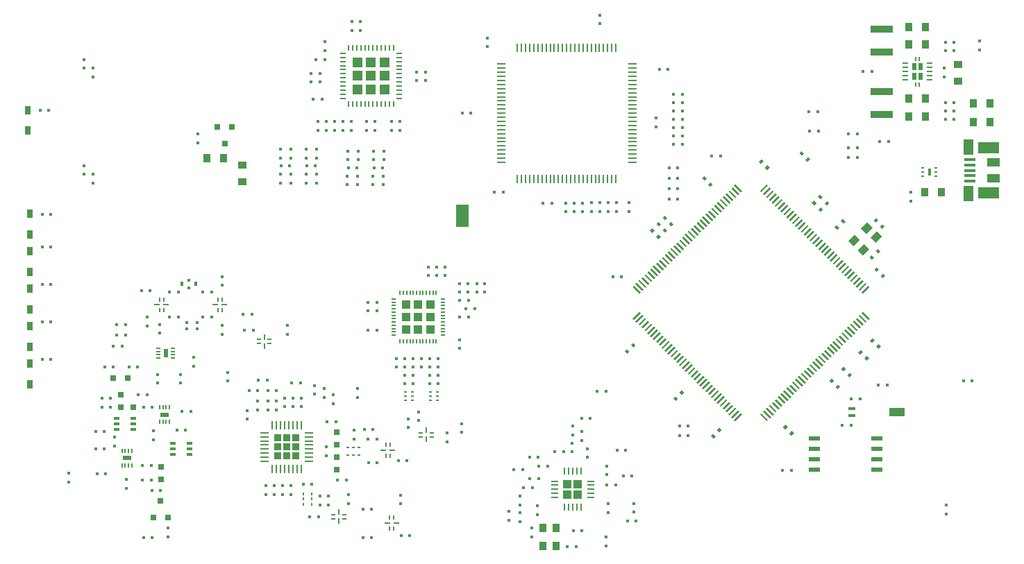
<source format=gtp>
G04 (created by PCBNEW (2013-07-24 BZR 4024)-stable) date Thu Dec 12 22:01:32 2013*
%MOIN*%
G04 Gerber Fmt 3.4, Leading zero omitted, Abs format*
%FSLAX34Y34*%
G01*
G70*
G90*
G04 APERTURE LIST*
%ADD10C,0.00590551*%
%ADD11R,0.052364X0.011932*%
%ADD12R,0.061864X0.042636*%
%ADD13R,0.05139X0.07587*%
%ADD14R,0.10044X0.0567*%
%ADD15O,0.00837795X0.0269291*%
%ADD16O,0.0269291X0.00837795*%
%ADD17R,0.0493701X0.0493701*%
%ADD18O,0.00733071X0.0260315*%
%ADD19O,0.0260315X0.00733071*%
%ADD20R,0.0448819X0.0448819*%
%ADD21R,0.02736X0.02736*%
%ADD22R,0.035872X0.041876*%
%ADD23R,0.00881598X0.044916*%
%ADD24R,0.044916X0.00881598*%
%ADD25R,0.057X0.019*%
%ADD26R,0.110732X0.035872*%
%ADD27R,0.014972X0.011932*%
%ADD28R,0.014972X0.020976*%
%ADD29R,0.017936X0.014972*%
%ADD30R,0.016492X0.00744803*%
%ADD31R,0.02584X0.02584*%
%ADD32R,0.0152X0.01672*%
%ADD33R,0.01672X0.0152*%
%ADD34R,0.012236X0.00988*%
%ADD35R,0.00988X0.012236*%
%ADD36R,0.034428X0.043092*%
%ADD37R,0.043092X0.034428*%
%ADD38R,0.02964X0.01368*%
%ADD39R,0.00869291X0.024378*%
%ADD40R,0.0307276X0.0113386*%
%ADD41R,0.024378X0.00869291*%
%ADD42R,0.0113386X0.0307276*%
%ADD43R,0.0299213X0.0448819*%
%ADD44O,0.00837795X0.0403937*%
%ADD45R,0.0329134X0.0329134*%
%ADD46O,0.0403937X0.00837795*%
%ADD47O,0.0095748X0.0359055*%
%ADD48O,0.0359055X0.0095748*%
%ADD49R,0.0394961X0.0394961*%
%ADD50R,0.00598425X0.0201968*%
%ADD51R,0.0424409X0.0231496*%
%ADD52R,0.0201968X0.00598425*%
%ADD53R,0.0231496X0.0424409*%
%ADD54R,0.0254331X0.00837795*%
%ADD55R,0.024685X0.0359055*%
%ADD56R,0.00837795X0.0209449*%
%ADD57R,0.0329134X0.0179528*%
%ADD58R,0.071811X0.0448819*%
%ADD59R,0.0613386X0.109213*%
%ADD60R,0.0179528X0.00897638*%
%ADD61R,0.0149606X0.0329134*%
G04 APERTURE END LIST*
G54D10*
G54D11*
X69262Y-49330D03*
X69262Y-49074D03*
X69262Y-48818D03*
X69262Y-48562D03*
X69262Y-48306D03*
G54D12*
X70387Y-49197D03*
X70387Y-48439D03*
G54D13*
X69203Y-49932D03*
X69203Y-47704D03*
G54D14*
X70149Y-49901D03*
X70149Y-47735D03*
G54D15*
X39427Y-45634D03*
X39624Y-45634D03*
X39821Y-45634D03*
X40017Y-45634D03*
X40214Y-45634D03*
X40411Y-45634D03*
X40608Y-45634D03*
X40805Y-45634D03*
X41002Y-45634D03*
X41198Y-45634D03*
X41395Y-45634D03*
X41592Y-45634D03*
G54D16*
X41868Y-45358D03*
X41868Y-45162D03*
X41868Y-44965D03*
X41868Y-44768D03*
X41868Y-44571D03*
X41868Y-44374D03*
X41868Y-44177D03*
X41868Y-43981D03*
X41868Y-43784D03*
X41868Y-43587D03*
X41868Y-43390D03*
X41868Y-43193D03*
G54D15*
X41592Y-42918D03*
X41395Y-42918D03*
X41198Y-42918D03*
X41002Y-42918D03*
X40805Y-42918D03*
X40608Y-42918D03*
X40411Y-42918D03*
X40214Y-42918D03*
X40017Y-42918D03*
X39821Y-42918D03*
X39624Y-42918D03*
X39427Y-42918D03*
G54D16*
X39151Y-43193D03*
X39151Y-43390D03*
X39151Y-43587D03*
X39151Y-43784D03*
X39151Y-43981D03*
X39151Y-44177D03*
X39151Y-44374D03*
X39151Y-44571D03*
X39151Y-44768D03*
X39151Y-44965D03*
X39151Y-45162D03*
X39151Y-45358D03*
G54D17*
X39860Y-44925D03*
X39860Y-44276D03*
X39860Y-43626D03*
X40510Y-44925D03*
X40510Y-44276D03*
X40510Y-43626D03*
X41159Y-44925D03*
X41159Y-44276D03*
X41159Y-43626D03*
G54D18*
X41908Y-57046D03*
X42066Y-57046D03*
X42223Y-57046D03*
X42381Y-57046D03*
X42538Y-57046D03*
X42696Y-57046D03*
X42853Y-57046D03*
X43011Y-57046D03*
X43168Y-57046D03*
X43326Y-57046D03*
X43483Y-57046D03*
X43641Y-57046D03*
G54D19*
X43956Y-56731D03*
X43956Y-56573D03*
X43956Y-56416D03*
X43956Y-56258D03*
X43956Y-56101D03*
X43956Y-55943D03*
X43956Y-55786D03*
X43956Y-55628D03*
X43956Y-55471D03*
X43956Y-55313D03*
X43956Y-55156D03*
X43956Y-54998D03*
G54D18*
X43641Y-54683D03*
X43483Y-54683D03*
X43326Y-54683D03*
X43168Y-54683D03*
X43011Y-54683D03*
X42853Y-54683D03*
X42696Y-54683D03*
X42538Y-54683D03*
X42381Y-54683D03*
X42223Y-54683D03*
X42066Y-54683D03*
X41908Y-54683D03*
G54D19*
X41593Y-54998D03*
X41593Y-55156D03*
X41593Y-55313D03*
X41593Y-55471D03*
X41593Y-55628D03*
X41593Y-55786D03*
X41593Y-55943D03*
X41593Y-56101D03*
X41593Y-56258D03*
X41593Y-56416D03*
X41593Y-56573D03*
X41593Y-56731D03*
G54D20*
X42184Y-56455D03*
X42184Y-55865D03*
X42184Y-55274D03*
X42775Y-56455D03*
X42775Y-55865D03*
X42775Y-55274D03*
X43365Y-56455D03*
X43365Y-55865D03*
X43365Y-55274D03*
G54D21*
X30750Y-65514D03*
X30050Y-65514D03*
X30400Y-64714D03*
X28144Y-58804D03*
X28844Y-58804D03*
X28494Y-59604D03*
G54D10*
G36*
X64127Y-52909D02*
X63873Y-52656D01*
X64169Y-52360D01*
X64423Y-52613D01*
X64127Y-52909D01*
X64127Y-52909D01*
G37*
G36*
X64294Y-51852D02*
X64040Y-51598D01*
X64336Y-51302D01*
X64590Y-51555D01*
X64294Y-51852D01*
X64294Y-51852D01*
G37*
G36*
X64739Y-52297D02*
X64486Y-52043D01*
X64782Y-51747D01*
X65035Y-52001D01*
X64739Y-52297D01*
X64739Y-52297D01*
G37*
G36*
X63681Y-52464D02*
X63428Y-52210D01*
X63724Y-51914D01*
X63977Y-52168D01*
X63681Y-52464D01*
X63681Y-52464D01*
G37*
G54D22*
X49399Y-66877D03*
X48769Y-66011D03*
X49399Y-66011D03*
X48769Y-66877D03*
G54D23*
X52262Y-42920D03*
X52065Y-42920D03*
X51869Y-42920D03*
X51672Y-42920D03*
X51475Y-42920D03*
X51278Y-42920D03*
X51081Y-42920D03*
X50884Y-42920D03*
X50687Y-42920D03*
X50491Y-42920D03*
X50294Y-42920D03*
X50097Y-42920D03*
X49900Y-42920D03*
X49703Y-42920D03*
X49506Y-42920D03*
X49309Y-42920D03*
X49113Y-42920D03*
X48916Y-42920D03*
X48719Y-42920D03*
X48522Y-42920D03*
X48325Y-42920D03*
X48128Y-42920D03*
X47931Y-42920D03*
X47735Y-42920D03*
X47538Y-42920D03*
G54D24*
X46750Y-43708D03*
X46750Y-43905D03*
X46750Y-44101D03*
X46750Y-44298D03*
X46750Y-44495D03*
X46750Y-44692D03*
X46750Y-44889D03*
X46750Y-45086D03*
X46750Y-45283D03*
X46750Y-45479D03*
X46750Y-45676D03*
X46750Y-45873D03*
X46750Y-46070D03*
X46750Y-46267D03*
X46750Y-46464D03*
X46750Y-46661D03*
X46750Y-46857D03*
X46750Y-47054D03*
X46750Y-47251D03*
X46750Y-47448D03*
X46750Y-47645D03*
X46750Y-47842D03*
X46750Y-48039D03*
X46750Y-48235D03*
X46750Y-48432D03*
G54D23*
X47538Y-49220D03*
X47735Y-49220D03*
X47931Y-49220D03*
X48128Y-49220D03*
X48325Y-49220D03*
X48522Y-49220D03*
X48719Y-49220D03*
X48916Y-49220D03*
X49113Y-49220D03*
X49309Y-49220D03*
X49506Y-49220D03*
X49703Y-49220D03*
X49900Y-49220D03*
X50097Y-49220D03*
X50294Y-49220D03*
X50491Y-49220D03*
X50687Y-49220D03*
X50884Y-49220D03*
X51081Y-49220D03*
X51278Y-49220D03*
X51475Y-49220D03*
X51672Y-49220D03*
X51869Y-49220D03*
X52065Y-49220D03*
X52262Y-49220D03*
G54D24*
X53050Y-48432D03*
X53050Y-48235D03*
X53050Y-48039D03*
X53050Y-47842D03*
X53050Y-47645D03*
X53050Y-47448D03*
X53050Y-47251D03*
X53050Y-47054D03*
X53050Y-46857D03*
X53050Y-46661D03*
X53050Y-46464D03*
X53050Y-46267D03*
X53050Y-46070D03*
X53050Y-45873D03*
X53050Y-45676D03*
X53050Y-45479D03*
X53050Y-45283D03*
X53050Y-45086D03*
X53050Y-44889D03*
X53050Y-44692D03*
X53050Y-44495D03*
X53050Y-44298D03*
X53050Y-44101D03*
X53050Y-43905D03*
X53050Y-43708D03*
G54D25*
X64790Y-63210D03*
X64790Y-62710D03*
X64790Y-62210D03*
X64790Y-61710D03*
X61790Y-61710D03*
X61790Y-62210D03*
X61790Y-62710D03*
X61790Y-63210D03*
G54D26*
X65044Y-42024D03*
X65044Y-43126D03*
X65044Y-45024D03*
X65044Y-46126D03*
G54D10*
G36*
X64385Y-54358D02*
X64447Y-54420D01*
X64129Y-54738D01*
X64067Y-54676D01*
X64385Y-54358D01*
X64385Y-54358D01*
G37*
G36*
X64245Y-54219D02*
X64308Y-54281D01*
X63990Y-54599D01*
X63928Y-54536D01*
X64245Y-54219D01*
X64245Y-54219D01*
G37*
G36*
X64106Y-54079D02*
X64168Y-54142D01*
X63851Y-54459D01*
X63788Y-54397D01*
X64106Y-54079D01*
X64106Y-54079D01*
G37*
G36*
X63967Y-53940D02*
X64029Y-54002D01*
X63711Y-54320D01*
X63649Y-54258D01*
X63967Y-53940D01*
X63967Y-53940D01*
G37*
G36*
X63827Y-53801D02*
X63890Y-53863D01*
X63572Y-54181D01*
X63510Y-54118D01*
X63827Y-53801D01*
X63827Y-53801D01*
G37*
G36*
X63689Y-53662D02*
X63751Y-53724D01*
X63434Y-54042D01*
X63371Y-53980D01*
X63689Y-53662D01*
X63689Y-53662D01*
G37*
G36*
X63549Y-53523D02*
X63612Y-53585D01*
X63294Y-53903D01*
X63232Y-53840D01*
X63549Y-53523D01*
X63549Y-53523D01*
G37*
G36*
X63410Y-53384D02*
X63473Y-53446D01*
X63155Y-53763D01*
X63093Y-53701D01*
X63410Y-53384D01*
X63410Y-53384D01*
G37*
G36*
X63271Y-53244D02*
X63333Y-53307D01*
X63016Y-53624D01*
X62953Y-53562D01*
X63271Y-53244D01*
X63271Y-53244D01*
G37*
G36*
X63132Y-53105D02*
X63194Y-53167D01*
X62876Y-53485D01*
X62814Y-53423D01*
X63132Y-53105D01*
X63132Y-53105D01*
G37*
G36*
X62992Y-52966D02*
X63055Y-53028D01*
X62737Y-53346D01*
X62675Y-53283D01*
X62992Y-52966D01*
X62992Y-52966D01*
G37*
G36*
X62854Y-52827D02*
X62916Y-52889D01*
X62598Y-53207D01*
X62536Y-53145D01*
X62854Y-52827D01*
X62854Y-52827D01*
G37*
G36*
X62714Y-52688D02*
X62777Y-52750D01*
X62459Y-53068D01*
X62397Y-53005D01*
X62714Y-52688D01*
X62714Y-52688D01*
G37*
G36*
X62575Y-52548D02*
X62637Y-52611D01*
X62320Y-52928D01*
X62257Y-52866D01*
X62575Y-52548D01*
X62575Y-52548D01*
G37*
G36*
X62436Y-52409D02*
X62498Y-52471D01*
X62181Y-52789D01*
X62118Y-52727D01*
X62436Y-52409D01*
X62436Y-52409D01*
G37*
G36*
X62296Y-52270D02*
X62359Y-52332D01*
X62041Y-52650D01*
X61979Y-52587D01*
X62296Y-52270D01*
X62296Y-52270D01*
G37*
G36*
X62157Y-52131D02*
X62220Y-52193D01*
X61902Y-52510D01*
X61840Y-52448D01*
X62157Y-52131D01*
X62157Y-52131D01*
G37*
G36*
X62018Y-51991D02*
X62080Y-52054D01*
X61763Y-52371D01*
X61700Y-52309D01*
X62018Y-51991D01*
X62018Y-51991D01*
G37*
G36*
X61879Y-51853D02*
X61942Y-51915D01*
X61624Y-52233D01*
X61562Y-52170D01*
X61879Y-51853D01*
X61879Y-51853D01*
G37*
G36*
X61740Y-51713D02*
X61802Y-51776D01*
X61485Y-52093D01*
X61422Y-52031D01*
X61740Y-51713D01*
X61740Y-51713D01*
G37*
G36*
X61601Y-51574D02*
X61663Y-51636D01*
X61345Y-51954D01*
X61283Y-51892D01*
X61601Y-51574D01*
X61601Y-51574D01*
G37*
G36*
X61461Y-51435D02*
X61524Y-51497D01*
X61206Y-51815D01*
X61144Y-51752D01*
X61461Y-51435D01*
X61461Y-51435D01*
G37*
G36*
X61322Y-51295D02*
X61384Y-51358D01*
X61067Y-51675D01*
X61004Y-51613D01*
X61322Y-51295D01*
X61322Y-51295D01*
G37*
G36*
X61183Y-51156D02*
X61245Y-51219D01*
X60928Y-51536D01*
X60865Y-51474D01*
X61183Y-51156D01*
X61183Y-51156D01*
G37*
G36*
X61043Y-51017D02*
X61106Y-51079D01*
X60788Y-51397D01*
X60726Y-51334D01*
X61043Y-51017D01*
X61043Y-51017D01*
G37*
G36*
X60905Y-50878D02*
X60967Y-50941D01*
X60650Y-51258D01*
X60587Y-51196D01*
X60905Y-50878D01*
X60905Y-50878D01*
G37*
G36*
X60766Y-50739D02*
X60828Y-50801D01*
X60510Y-51119D01*
X60448Y-51057D01*
X60766Y-50739D01*
X60766Y-50739D01*
G37*
G36*
X60626Y-50600D02*
X60689Y-50662D01*
X60371Y-50980D01*
X60309Y-50917D01*
X60626Y-50600D01*
X60626Y-50600D01*
G37*
G36*
X60487Y-50460D02*
X60549Y-50523D01*
X60232Y-50840D01*
X60169Y-50778D01*
X60487Y-50460D01*
X60487Y-50460D01*
G37*
G36*
X60348Y-50321D02*
X60410Y-50383D01*
X60092Y-50701D01*
X60030Y-50639D01*
X60348Y-50321D01*
X60348Y-50321D01*
G37*
G36*
X60208Y-50182D02*
X60271Y-50244D01*
X59953Y-50562D01*
X59891Y-50499D01*
X60208Y-50182D01*
X60208Y-50182D01*
G37*
G36*
X60070Y-50043D02*
X60132Y-50106D01*
X59815Y-50423D01*
X59752Y-50361D01*
X60070Y-50043D01*
X60070Y-50043D01*
G37*
G36*
X59931Y-49904D02*
X59993Y-49966D01*
X59675Y-50284D01*
X59613Y-50221D01*
X59931Y-49904D01*
X59931Y-49904D01*
G37*
G36*
X59791Y-49765D02*
X59854Y-49827D01*
X59536Y-50145D01*
X59474Y-50082D01*
X59791Y-49765D01*
X59791Y-49765D01*
G37*
G36*
X59652Y-49625D02*
X59714Y-49688D01*
X59397Y-50005D01*
X59334Y-49943D01*
X59652Y-49625D01*
X59652Y-49625D01*
G37*
G36*
X59513Y-49486D02*
X59575Y-49548D01*
X59257Y-49866D01*
X59195Y-49804D01*
X59513Y-49486D01*
X59513Y-49486D01*
G37*
G36*
X57942Y-49548D02*
X58004Y-49486D01*
X58322Y-49804D01*
X58260Y-49866D01*
X57942Y-49548D01*
X57942Y-49548D01*
G37*
G36*
X57803Y-49688D02*
X57865Y-49625D01*
X58183Y-49943D01*
X58120Y-50005D01*
X57803Y-49688D01*
X57803Y-49688D01*
G37*
G36*
X57663Y-49827D02*
X57726Y-49765D01*
X58043Y-50082D01*
X57981Y-50145D01*
X57663Y-49827D01*
X57663Y-49827D01*
G37*
G36*
X57524Y-49966D02*
X57586Y-49904D01*
X57904Y-50221D01*
X57842Y-50284D01*
X57524Y-49966D01*
X57524Y-49966D01*
G37*
G36*
X57385Y-50106D02*
X57447Y-50043D01*
X57765Y-50361D01*
X57702Y-50423D01*
X57385Y-50106D01*
X57385Y-50106D01*
G37*
G36*
X57246Y-50244D02*
X57309Y-50182D01*
X57626Y-50499D01*
X57564Y-50562D01*
X57246Y-50244D01*
X57246Y-50244D01*
G37*
G36*
X57107Y-50383D02*
X57169Y-50321D01*
X57487Y-50639D01*
X57425Y-50701D01*
X57107Y-50383D01*
X57107Y-50383D01*
G37*
G36*
X56968Y-50523D02*
X57030Y-50460D01*
X57348Y-50778D01*
X57285Y-50840D01*
X56968Y-50523D01*
X56968Y-50523D01*
G37*
G36*
X56828Y-50662D02*
X56891Y-50600D01*
X57208Y-50917D01*
X57146Y-50980D01*
X56828Y-50662D01*
X56828Y-50662D01*
G37*
G36*
X56689Y-50801D02*
X56751Y-50739D01*
X57069Y-51057D01*
X57007Y-51119D01*
X56689Y-50801D01*
X56689Y-50801D01*
G37*
G36*
X56550Y-50941D02*
X56612Y-50878D01*
X56930Y-51196D01*
X56867Y-51258D01*
X56550Y-50941D01*
X56550Y-50941D01*
G37*
G36*
X56411Y-51079D02*
X56473Y-51017D01*
X56791Y-51334D01*
X56729Y-51397D01*
X56411Y-51079D01*
X56411Y-51079D01*
G37*
G36*
X56272Y-51219D02*
X56334Y-51156D01*
X56652Y-51474D01*
X56589Y-51536D01*
X56272Y-51219D01*
X56272Y-51219D01*
G37*
G36*
X56133Y-51358D02*
X56195Y-51295D01*
X56512Y-51613D01*
X56450Y-51675D01*
X56133Y-51358D01*
X56133Y-51358D01*
G37*
G36*
X55993Y-51497D02*
X56056Y-51435D01*
X56373Y-51752D01*
X56311Y-51815D01*
X55993Y-51497D01*
X55993Y-51497D01*
G37*
G36*
X55854Y-51636D02*
X55916Y-51574D01*
X56234Y-51892D01*
X56172Y-51954D01*
X55854Y-51636D01*
X55854Y-51636D01*
G37*
G36*
X55715Y-51776D02*
X55777Y-51713D01*
X56095Y-52031D01*
X56032Y-52093D01*
X55715Y-51776D01*
X55715Y-51776D01*
G37*
G36*
X55575Y-51915D02*
X55638Y-51853D01*
X55955Y-52170D01*
X55893Y-52233D01*
X55575Y-51915D01*
X55575Y-51915D01*
G37*
G36*
X55437Y-52054D02*
X55499Y-51991D01*
X55817Y-52309D01*
X55754Y-52371D01*
X55437Y-52054D01*
X55437Y-52054D01*
G37*
G36*
X55297Y-52193D02*
X55360Y-52131D01*
X55677Y-52448D01*
X55615Y-52510D01*
X55297Y-52193D01*
X55297Y-52193D01*
G37*
G36*
X55158Y-52332D02*
X55220Y-52270D01*
X55538Y-52587D01*
X55476Y-52650D01*
X55158Y-52332D01*
X55158Y-52332D01*
G37*
G36*
X55019Y-52471D02*
X55081Y-52409D01*
X55399Y-52727D01*
X55336Y-52789D01*
X55019Y-52471D01*
X55019Y-52471D01*
G37*
G36*
X54880Y-52611D02*
X54942Y-52548D01*
X55259Y-52866D01*
X55197Y-52928D01*
X54880Y-52611D01*
X54880Y-52611D01*
G37*
G36*
X54740Y-52750D02*
X54803Y-52688D01*
X55120Y-53005D01*
X55058Y-53068D01*
X54740Y-52750D01*
X54740Y-52750D01*
G37*
G36*
X54601Y-52889D02*
X54663Y-52827D01*
X54981Y-53145D01*
X54919Y-53207D01*
X54601Y-52889D01*
X54601Y-52889D01*
G37*
G36*
X54462Y-53028D02*
X54525Y-52966D01*
X54842Y-53283D01*
X54780Y-53346D01*
X54462Y-53028D01*
X54462Y-53028D01*
G37*
G36*
X54323Y-53167D02*
X54385Y-53105D01*
X54703Y-53423D01*
X54641Y-53485D01*
X54323Y-53167D01*
X54323Y-53167D01*
G37*
G36*
X54184Y-53307D02*
X54246Y-53244D01*
X54564Y-53562D01*
X54501Y-53624D01*
X54184Y-53307D01*
X54184Y-53307D01*
G37*
G36*
X54044Y-53446D02*
X54107Y-53384D01*
X54424Y-53701D01*
X54362Y-53763D01*
X54044Y-53446D01*
X54044Y-53446D01*
G37*
G36*
X53905Y-53585D02*
X53967Y-53523D01*
X54285Y-53840D01*
X54223Y-53903D01*
X53905Y-53585D01*
X53905Y-53585D01*
G37*
G36*
X53766Y-53724D02*
X53828Y-53662D01*
X54146Y-53980D01*
X54083Y-54042D01*
X53766Y-53724D01*
X53766Y-53724D01*
G37*
G36*
X53627Y-53863D02*
X53690Y-53801D01*
X54007Y-54118D01*
X53945Y-54181D01*
X53627Y-53863D01*
X53627Y-53863D01*
G37*
G36*
X53488Y-54002D02*
X53550Y-53940D01*
X53868Y-54258D01*
X53806Y-54320D01*
X53488Y-54002D01*
X53488Y-54002D01*
G37*
G36*
X53349Y-54142D02*
X53411Y-54079D01*
X53729Y-54397D01*
X53666Y-54459D01*
X53349Y-54142D01*
X53349Y-54142D01*
G37*
G36*
X53209Y-54281D02*
X53272Y-54219D01*
X53589Y-54536D01*
X53527Y-54599D01*
X53209Y-54281D01*
X53209Y-54281D01*
G37*
G36*
X53070Y-54420D02*
X53132Y-54358D01*
X53450Y-54676D01*
X53388Y-54738D01*
X53070Y-54420D01*
X53070Y-54420D01*
G37*
G36*
X53388Y-55611D02*
X53450Y-55673D01*
X53132Y-55991D01*
X53070Y-55929D01*
X53388Y-55611D01*
X53388Y-55611D01*
G37*
G36*
X53527Y-55750D02*
X53589Y-55813D01*
X53272Y-56130D01*
X53209Y-56068D01*
X53527Y-55750D01*
X53527Y-55750D01*
G37*
G36*
X53666Y-55890D02*
X53729Y-55952D01*
X53411Y-56269D01*
X53349Y-56207D01*
X53666Y-55890D01*
X53666Y-55890D01*
G37*
G36*
X53806Y-56029D02*
X53868Y-56091D01*
X53550Y-56409D01*
X53488Y-56346D01*
X53806Y-56029D01*
X53806Y-56029D01*
G37*
G36*
X53945Y-56168D02*
X54007Y-56230D01*
X53690Y-56548D01*
X53627Y-56486D01*
X53945Y-56168D01*
X53945Y-56168D01*
G37*
G36*
X54083Y-56307D02*
X54146Y-56369D01*
X53828Y-56687D01*
X53766Y-56624D01*
X54083Y-56307D01*
X54083Y-56307D01*
G37*
G36*
X54223Y-56446D02*
X54285Y-56508D01*
X53967Y-56826D01*
X53905Y-56764D01*
X54223Y-56446D01*
X54223Y-56446D01*
G37*
G36*
X54362Y-56585D02*
X54424Y-56648D01*
X54107Y-56965D01*
X54044Y-56903D01*
X54362Y-56585D01*
X54362Y-56585D01*
G37*
G36*
X54501Y-56725D02*
X54564Y-56787D01*
X54246Y-57105D01*
X54184Y-57042D01*
X54501Y-56725D01*
X54501Y-56725D01*
G37*
G36*
X54641Y-56864D02*
X54703Y-56926D01*
X54385Y-57244D01*
X54323Y-57182D01*
X54641Y-56864D01*
X54641Y-56864D01*
G37*
G36*
X54780Y-57003D02*
X54842Y-57066D01*
X54525Y-57383D01*
X54462Y-57321D01*
X54780Y-57003D01*
X54780Y-57003D01*
G37*
G36*
X54919Y-57142D02*
X54981Y-57204D01*
X54663Y-57522D01*
X54601Y-57459D01*
X54919Y-57142D01*
X54919Y-57142D01*
G37*
G36*
X55058Y-57281D02*
X55120Y-57343D01*
X54803Y-57661D01*
X54740Y-57599D01*
X55058Y-57281D01*
X55058Y-57281D01*
G37*
G36*
X55197Y-57420D02*
X55259Y-57483D01*
X54942Y-57800D01*
X54880Y-57738D01*
X55197Y-57420D01*
X55197Y-57420D01*
G37*
G36*
X55336Y-57560D02*
X55399Y-57622D01*
X55081Y-57940D01*
X55019Y-57877D01*
X55336Y-57560D01*
X55336Y-57560D01*
G37*
G36*
X55476Y-57699D02*
X55538Y-57761D01*
X55220Y-58079D01*
X55158Y-58017D01*
X55476Y-57699D01*
X55476Y-57699D01*
G37*
G36*
X55615Y-57838D02*
X55677Y-57901D01*
X55360Y-58218D01*
X55297Y-58156D01*
X55615Y-57838D01*
X55615Y-57838D01*
G37*
G36*
X55754Y-57978D02*
X55817Y-58040D01*
X55499Y-58358D01*
X55437Y-58295D01*
X55754Y-57978D01*
X55754Y-57978D01*
G37*
G36*
X55893Y-58116D02*
X55955Y-58179D01*
X55638Y-58496D01*
X55575Y-58434D01*
X55893Y-58116D01*
X55893Y-58116D01*
G37*
G36*
X56032Y-58256D02*
X56095Y-58318D01*
X55777Y-58635D01*
X55715Y-58573D01*
X56032Y-58256D01*
X56032Y-58256D01*
G37*
G36*
X56172Y-58395D02*
X56234Y-58457D01*
X55916Y-58775D01*
X55854Y-58712D01*
X56172Y-58395D01*
X56172Y-58395D01*
G37*
G36*
X56311Y-58534D02*
X56373Y-58596D01*
X56056Y-58914D01*
X55993Y-58852D01*
X56311Y-58534D01*
X56311Y-58534D01*
G37*
G36*
X56450Y-58673D02*
X56512Y-58736D01*
X56195Y-59053D01*
X56133Y-58991D01*
X56450Y-58673D01*
X56450Y-58673D01*
G37*
G36*
X56589Y-58813D02*
X56652Y-58875D01*
X56334Y-59193D01*
X56272Y-59130D01*
X56589Y-58813D01*
X56589Y-58813D01*
G37*
G36*
X56729Y-58952D02*
X56791Y-59014D01*
X56473Y-59332D01*
X56411Y-59270D01*
X56729Y-58952D01*
X56729Y-58952D01*
G37*
G36*
X56867Y-59091D02*
X56930Y-59153D01*
X56612Y-59471D01*
X56550Y-59408D01*
X56867Y-59091D01*
X56867Y-59091D01*
G37*
G36*
X57007Y-59230D02*
X57069Y-59292D01*
X56751Y-59610D01*
X56689Y-59548D01*
X57007Y-59230D01*
X57007Y-59230D01*
G37*
G36*
X57146Y-59369D02*
X57208Y-59432D01*
X56891Y-59749D01*
X56828Y-59687D01*
X57146Y-59369D01*
X57146Y-59369D01*
G37*
G36*
X57285Y-59509D02*
X57348Y-59571D01*
X57030Y-59888D01*
X56968Y-59826D01*
X57285Y-59509D01*
X57285Y-59509D01*
G37*
G36*
X57425Y-59648D02*
X57487Y-59710D01*
X57169Y-60028D01*
X57107Y-59965D01*
X57425Y-59648D01*
X57425Y-59648D01*
G37*
G36*
X57564Y-59787D02*
X57626Y-59849D01*
X57309Y-60167D01*
X57246Y-60105D01*
X57564Y-59787D01*
X57564Y-59787D01*
G37*
G36*
X57702Y-59926D02*
X57765Y-59988D01*
X57447Y-60306D01*
X57385Y-60243D01*
X57702Y-59926D01*
X57702Y-59926D01*
G37*
G36*
X57842Y-60065D02*
X57904Y-60127D01*
X57586Y-60445D01*
X57524Y-60383D01*
X57842Y-60065D01*
X57842Y-60065D01*
G37*
G36*
X57981Y-60204D02*
X58043Y-60267D01*
X57726Y-60584D01*
X57663Y-60522D01*
X57981Y-60204D01*
X57981Y-60204D01*
G37*
G36*
X58120Y-60344D02*
X58183Y-60406D01*
X57865Y-60724D01*
X57803Y-60661D01*
X58120Y-60344D01*
X58120Y-60344D01*
G37*
G36*
X58260Y-60483D02*
X58322Y-60545D01*
X58004Y-60863D01*
X57942Y-60801D01*
X58260Y-60483D01*
X58260Y-60483D01*
G37*
G36*
X59195Y-60545D02*
X59257Y-60483D01*
X59575Y-60801D01*
X59513Y-60863D01*
X59195Y-60545D01*
X59195Y-60545D01*
G37*
G36*
X59334Y-60406D02*
X59397Y-60344D01*
X59714Y-60661D01*
X59652Y-60724D01*
X59334Y-60406D01*
X59334Y-60406D01*
G37*
G36*
X59474Y-60267D02*
X59536Y-60204D01*
X59854Y-60522D01*
X59791Y-60584D01*
X59474Y-60267D01*
X59474Y-60267D01*
G37*
G36*
X59613Y-60127D02*
X59675Y-60065D01*
X59993Y-60383D01*
X59931Y-60445D01*
X59613Y-60127D01*
X59613Y-60127D01*
G37*
G36*
X59752Y-59988D02*
X59815Y-59926D01*
X60132Y-60243D01*
X60070Y-60306D01*
X59752Y-59988D01*
X59752Y-59988D01*
G37*
G36*
X59891Y-59849D02*
X59953Y-59787D01*
X60271Y-60105D01*
X60208Y-60167D01*
X59891Y-59849D01*
X59891Y-59849D01*
G37*
G36*
X60030Y-59710D02*
X60092Y-59648D01*
X60410Y-59965D01*
X60348Y-60028D01*
X60030Y-59710D01*
X60030Y-59710D01*
G37*
G36*
X60169Y-59571D02*
X60232Y-59509D01*
X60549Y-59826D01*
X60487Y-59888D01*
X60169Y-59571D01*
X60169Y-59571D01*
G37*
G36*
X60309Y-59432D02*
X60371Y-59369D01*
X60689Y-59687D01*
X60626Y-59749D01*
X60309Y-59432D01*
X60309Y-59432D01*
G37*
G36*
X60448Y-59292D02*
X60510Y-59230D01*
X60828Y-59548D01*
X60766Y-59610D01*
X60448Y-59292D01*
X60448Y-59292D01*
G37*
G36*
X60587Y-59153D02*
X60650Y-59091D01*
X60967Y-59408D01*
X60905Y-59471D01*
X60587Y-59153D01*
X60587Y-59153D01*
G37*
G36*
X60726Y-59014D02*
X60788Y-58952D01*
X61106Y-59270D01*
X61043Y-59332D01*
X60726Y-59014D01*
X60726Y-59014D01*
G37*
G36*
X60865Y-58875D02*
X60928Y-58813D01*
X61245Y-59130D01*
X61183Y-59193D01*
X60865Y-58875D01*
X60865Y-58875D01*
G37*
G36*
X61004Y-58736D02*
X61067Y-58673D01*
X61384Y-58991D01*
X61322Y-59053D01*
X61004Y-58736D01*
X61004Y-58736D01*
G37*
G36*
X61144Y-58596D02*
X61206Y-58534D01*
X61524Y-58852D01*
X61461Y-58914D01*
X61144Y-58596D01*
X61144Y-58596D01*
G37*
G36*
X61283Y-58457D02*
X61345Y-58395D01*
X61663Y-58712D01*
X61601Y-58775D01*
X61283Y-58457D01*
X61283Y-58457D01*
G37*
G36*
X61422Y-58318D02*
X61485Y-58256D01*
X61802Y-58573D01*
X61740Y-58635D01*
X61422Y-58318D01*
X61422Y-58318D01*
G37*
G36*
X61562Y-58179D02*
X61624Y-58116D01*
X61942Y-58434D01*
X61879Y-58496D01*
X61562Y-58179D01*
X61562Y-58179D01*
G37*
G36*
X61700Y-58040D02*
X61763Y-57978D01*
X62080Y-58295D01*
X62018Y-58358D01*
X61700Y-58040D01*
X61700Y-58040D01*
G37*
G36*
X61840Y-57901D02*
X61902Y-57838D01*
X62220Y-58156D01*
X62157Y-58218D01*
X61840Y-57901D01*
X61840Y-57901D01*
G37*
G36*
X61979Y-57761D02*
X62041Y-57699D01*
X62359Y-58017D01*
X62296Y-58079D01*
X61979Y-57761D01*
X61979Y-57761D01*
G37*
G36*
X62118Y-57622D02*
X62181Y-57560D01*
X62498Y-57877D01*
X62436Y-57940D01*
X62118Y-57622D01*
X62118Y-57622D01*
G37*
G36*
X62257Y-57483D02*
X62320Y-57420D01*
X62637Y-57738D01*
X62575Y-57800D01*
X62257Y-57483D01*
X62257Y-57483D01*
G37*
G36*
X62397Y-57343D02*
X62459Y-57281D01*
X62777Y-57599D01*
X62714Y-57661D01*
X62397Y-57343D01*
X62397Y-57343D01*
G37*
G36*
X62536Y-57204D02*
X62598Y-57142D01*
X62916Y-57459D01*
X62854Y-57522D01*
X62536Y-57204D01*
X62536Y-57204D01*
G37*
G36*
X62675Y-57066D02*
X62737Y-57003D01*
X63055Y-57321D01*
X62992Y-57383D01*
X62675Y-57066D01*
X62675Y-57066D01*
G37*
G36*
X62814Y-56926D02*
X62876Y-56864D01*
X63194Y-57182D01*
X63132Y-57244D01*
X62814Y-56926D01*
X62814Y-56926D01*
G37*
G36*
X62953Y-56787D02*
X63016Y-56725D01*
X63333Y-57042D01*
X63271Y-57105D01*
X62953Y-56787D01*
X62953Y-56787D01*
G37*
G36*
X63093Y-56648D02*
X63155Y-56585D01*
X63473Y-56903D01*
X63410Y-56965D01*
X63093Y-56648D01*
X63093Y-56648D01*
G37*
G36*
X63232Y-56508D02*
X63294Y-56446D01*
X63612Y-56764D01*
X63549Y-56826D01*
X63232Y-56508D01*
X63232Y-56508D01*
G37*
G36*
X63371Y-56369D02*
X63434Y-56307D01*
X63751Y-56624D01*
X63689Y-56687D01*
X63371Y-56369D01*
X63371Y-56369D01*
G37*
G36*
X63510Y-56230D02*
X63572Y-56168D01*
X63890Y-56486D01*
X63827Y-56548D01*
X63510Y-56230D01*
X63510Y-56230D01*
G37*
G36*
X63649Y-56091D02*
X63711Y-56029D01*
X64029Y-56346D01*
X63967Y-56409D01*
X63649Y-56091D01*
X63649Y-56091D01*
G37*
G36*
X63788Y-55952D02*
X63851Y-55890D01*
X64168Y-56207D01*
X64106Y-56269D01*
X63788Y-55952D01*
X63788Y-55952D01*
G37*
G36*
X63928Y-55813D02*
X63990Y-55750D01*
X64308Y-56068D01*
X64245Y-56130D01*
X63928Y-55813D01*
X63928Y-55813D01*
G37*
G36*
X64067Y-55673D02*
X64129Y-55611D01*
X64447Y-55929D01*
X64385Y-55991D01*
X64067Y-55673D01*
X64067Y-55673D01*
G37*
G54D27*
X31655Y-56419D03*
X32147Y-56419D03*
X32147Y-56143D03*
X31655Y-56143D03*
G54D28*
X32086Y-54281D03*
X31416Y-54281D03*
G54D29*
X31751Y-54458D03*
X31751Y-54104D03*
G54D30*
X42492Y-59862D03*
X42492Y-59665D03*
X42492Y-59468D03*
X42158Y-59468D03*
X42158Y-59665D03*
X42158Y-59862D03*
X43692Y-59862D03*
X43692Y-59665D03*
X43692Y-59468D03*
X43358Y-59468D03*
X43358Y-59665D03*
X43358Y-59862D03*
G54D31*
X38854Y-61411D03*
X38854Y-62011D03*
X29094Y-60204D03*
X28494Y-60204D03*
X38854Y-63211D03*
X38854Y-62611D03*
X30444Y-63054D03*
X30444Y-63654D03*
G54D32*
X55232Y-49697D03*
X54812Y-49697D03*
X68084Y-45575D03*
X68504Y-45575D03*
X68084Y-45975D03*
X68504Y-45975D03*
X64862Y-59147D03*
X65282Y-59147D03*
G54D33*
X26722Y-43907D03*
X26722Y-43487D03*
G54D32*
X63442Y-47077D03*
X63862Y-47077D03*
G54D33*
X69744Y-42615D03*
X69744Y-43035D03*
G54D32*
X64554Y-44075D03*
X64134Y-44075D03*
G54D33*
X38254Y-59301D03*
X38254Y-59721D03*
G54D32*
X68084Y-43075D03*
X68504Y-43075D03*
G54D33*
X37880Y-48216D03*
X37880Y-47796D03*
G54D32*
X40360Y-61730D03*
X40780Y-61730D03*
G54D33*
X38704Y-59601D03*
X38704Y-60021D03*
X39414Y-64411D03*
X39414Y-64831D03*
G54D32*
X40120Y-66460D03*
X40540Y-66460D03*
G54D33*
X35064Y-60321D03*
X35064Y-59901D03*
G54D32*
X35104Y-58911D03*
X35524Y-58911D03*
G54D33*
X35964Y-59901D03*
X35964Y-60321D03*
X37154Y-60181D03*
X37154Y-59761D03*
G54D10*
G36*
X54507Y-51701D02*
X54625Y-51583D01*
X54733Y-51690D01*
X54615Y-51808D01*
X54507Y-51701D01*
X54507Y-51701D01*
G37*
G36*
X54210Y-51404D02*
X54328Y-51286D01*
X54436Y-51393D01*
X54318Y-51511D01*
X54210Y-51404D01*
X54210Y-51404D01*
G37*
G36*
X54807Y-51401D02*
X54925Y-51283D01*
X55033Y-51390D01*
X54915Y-51508D01*
X54807Y-51401D01*
X54807Y-51401D01*
G37*
G36*
X54510Y-51104D02*
X54628Y-50986D01*
X54736Y-51093D01*
X54618Y-51211D01*
X54510Y-51104D01*
X54510Y-51104D01*
G37*
G54D33*
X36150Y-48216D03*
X36150Y-47796D03*
X36650Y-48216D03*
X36650Y-47796D03*
X37380Y-48216D03*
X37380Y-47796D03*
G54D32*
X57282Y-48147D03*
X56862Y-48147D03*
X65352Y-47437D03*
X64932Y-47437D03*
X28884Y-58254D03*
X29304Y-58254D03*
G54D33*
X37880Y-49416D03*
X37880Y-48996D03*
X37380Y-49416D03*
X37380Y-48996D03*
X36650Y-49416D03*
X36650Y-48996D03*
X36150Y-49416D03*
X36150Y-48996D03*
X39375Y-49511D03*
X39375Y-49091D03*
X39875Y-49511D03*
X39875Y-49091D03*
X40605Y-49511D03*
X40605Y-49091D03*
X41105Y-49511D03*
X41105Y-49091D03*
G54D32*
X29590Y-66464D03*
X30010Y-66464D03*
X45585Y-54665D03*
X45165Y-54665D03*
X45585Y-54265D03*
X45165Y-54265D03*
X53032Y-63507D03*
X52612Y-63507D03*
X52742Y-62277D03*
X52322Y-62277D03*
X32861Y-54681D03*
X32441Y-54681D03*
G54D33*
X30351Y-56221D03*
X30351Y-56641D03*
G54D32*
X34780Y-55720D03*
X34360Y-55720D03*
X40120Y-65110D03*
X40540Y-65110D03*
X37994Y-65461D03*
X37574Y-65461D03*
G54D33*
X39870Y-59310D03*
X39870Y-59730D03*
X36488Y-56698D03*
X36488Y-56278D03*
G54D32*
X38474Y-64461D03*
X38054Y-64461D03*
X30841Y-54681D03*
X31261Y-54681D03*
X31261Y-55881D03*
X30841Y-55881D03*
X38474Y-64911D03*
X38054Y-64911D03*
X29481Y-54611D03*
X29901Y-54611D03*
G54D33*
X33351Y-53921D03*
X33351Y-54341D03*
X29761Y-55871D03*
X29761Y-56291D03*
X51884Y-64834D03*
X51884Y-65254D03*
G54D32*
X50224Y-66144D03*
X50644Y-66144D03*
G54D33*
X49872Y-50387D03*
X49872Y-50807D03*
X50272Y-50387D03*
X50272Y-50807D03*
G54D32*
X34848Y-56488D03*
X34428Y-56488D03*
G54D33*
X35464Y-64401D03*
X35464Y-63981D03*
X36664Y-64401D03*
X36664Y-63981D03*
X36264Y-64401D03*
X36264Y-63981D03*
X36354Y-59761D03*
X36354Y-60181D03*
X36754Y-59761D03*
X36754Y-60181D03*
G54D32*
X41949Y-66368D03*
X42369Y-66368D03*
G54D33*
X44850Y-61410D03*
X44850Y-60990D03*
X33622Y-58517D03*
X33622Y-58937D03*
X50672Y-50387D03*
X50672Y-50807D03*
X33351Y-56271D03*
X33351Y-56691D03*
X34564Y-60771D03*
X34564Y-60351D03*
G54D32*
X34654Y-59411D03*
X35074Y-59411D03*
G54D33*
X35564Y-59901D03*
X35564Y-60321D03*
G54D32*
X35974Y-59411D03*
X35554Y-59411D03*
G54D33*
X41929Y-64418D03*
X41929Y-64838D03*
G54D32*
X32861Y-55881D03*
X32441Y-55881D03*
X54812Y-48697D03*
X55232Y-48697D03*
X25032Y-45947D03*
X24612Y-45947D03*
X25132Y-57897D03*
X24712Y-57897D03*
X25132Y-56097D03*
X24712Y-56097D03*
X25132Y-54297D03*
X24712Y-54297D03*
G54D10*
G36*
X62405Y-50514D02*
X62287Y-50396D01*
X62395Y-50289D01*
X62513Y-50407D01*
X62405Y-50514D01*
X62405Y-50514D01*
G37*
G36*
X62108Y-50811D02*
X61990Y-50693D01*
X62098Y-50586D01*
X62216Y-50704D01*
X62108Y-50811D01*
X62108Y-50811D01*
G37*
G54D32*
X54812Y-49197D03*
X55232Y-49197D03*
X25132Y-50947D03*
X24712Y-50947D03*
X61542Y-45987D03*
X61962Y-45987D03*
G54D10*
G36*
X61297Y-47992D02*
X61178Y-48110D01*
X61071Y-48003D01*
X61189Y-47884D01*
X61297Y-47992D01*
X61297Y-47992D01*
G37*
G36*
X61594Y-48289D02*
X61475Y-48407D01*
X61368Y-48300D01*
X61486Y-48181D01*
X61594Y-48289D01*
X61594Y-48289D01*
G37*
G54D32*
X61982Y-46917D03*
X61562Y-46917D03*
X55312Y-61567D03*
X55732Y-61567D03*
X55040Y-47170D03*
X55460Y-47170D03*
G54D33*
X51090Y-50380D03*
X51090Y-50800D03*
G54D32*
X55312Y-61097D03*
X55732Y-61097D03*
G54D33*
X51490Y-50380D03*
X51490Y-50800D03*
X51890Y-50380D03*
X51890Y-50800D03*
X52290Y-50380D03*
X52290Y-50800D03*
X52892Y-50367D03*
X52892Y-50787D03*
G54D32*
X55040Y-47570D03*
X55460Y-47570D03*
X68084Y-42675D03*
X68504Y-42675D03*
X55040Y-46770D03*
X55460Y-46770D03*
X55040Y-46370D03*
X55460Y-46370D03*
X55040Y-45970D03*
X55460Y-45970D03*
X55040Y-45570D03*
X55460Y-45570D03*
X55040Y-45170D03*
X55460Y-45170D03*
X47832Y-64057D03*
X48252Y-64057D03*
X41065Y-48701D03*
X40645Y-48701D03*
G54D33*
X43325Y-58675D03*
X43325Y-58255D03*
X44075Y-53455D03*
X44075Y-53875D03*
X41130Y-47886D03*
X41130Y-48306D03*
X40630Y-47886D03*
X40630Y-48306D03*
X39900Y-47886D03*
X39900Y-48306D03*
X39400Y-47886D03*
X39400Y-48306D03*
X43725Y-58675D03*
X43725Y-58255D03*
X44775Y-54675D03*
X44775Y-54255D03*
X48484Y-65354D03*
X48484Y-64934D03*
X45975Y-54675D03*
X45975Y-54255D03*
G54D32*
X48142Y-63627D03*
X48562Y-63627D03*
X47372Y-63207D03*
X47792Y-63207D03*
G54D33*
X50884Y-62184D03*
X50884Y-62604D03*
X51822Y-63027D03*
X51822Y-63447D03*
X42525Y-58675D03*
X42525Y-58255D03*
G54D32*
X49332Y-62327D03*
X49752Y-62327D03*
X43120Y-44511D03*
X42700Y-44511D03*
X43120Y-44111D03*
X42700Y-44111D03*
X68084Y-46375D03*
X68504Y-46375D03*
G54D10*
G36*
X59352Y-48381D02*
X59234Y-48499D01*
X59126Y-48392D01*
X59245Y-48273D01*
X59352Y-48381D01*
X59352Y-48381D01*
G37*
G36*
X59649Y-48678D02*
X59531Y-48796D01*
X59423Y-48689D01*
X59542Y-48570D01*
X59649Y-48678D01*
X59649Y-48678D01*
G37*
G36*
X56630Y-49194D02*
X56512Y-49312D01*
X56404Y-49205D01*
X56522Y-49087D01*
X56630Y-49194D01*
X56630Y-49194D01*
G37*
G36*
X56927Y-49491D02*
X56809Y-49609D01*
X56701Y-49502D01*
X56819Y-49383D01*
X56927Y-49491D01*
X56927Y-49491D01*
G37*
G36*
X54120Y-51704D02*
X54001Y-51822D01*
X53894Y-51715D01*
X54012Y-51597D01*
X54120Y-51704D01*
X54120Y-51704D01*
G37*
G36*
X54417Y-52001D02*
X54298Y-52119D01*
X54191Y-52012D01*
X54309Y-51894D01*
X54417Y-52001D01*
X54417Y-52001D01*
G37*
G54D32*
X52112Y-53937D03*
X52532Y-53937D03*
G54D10*
G36*
X52798Y-57403D02*
X52916Y-57521D01*
X52808Y-57628D01*
X52690Y-57510D01*
X52798Y-57403D01*
X52798Y-57403D01*
G37*
G36*
X53095Y-57106D02*
X53213Y-57224D01*
X53105Y-57331D01*
X52987Y-57213D01*
X53095Y-57106D01*
X53095Y-57106D01*
G37*
G36*
X55133Y-59672D02*
X55251Y-59790D01*
X55143Y-59898D01*
X55025Y-59779D01*
X55133Y-59672D01*
X55133Y-59672D01*
G37*
G36*
X55430Y-59375D02*
X55548Y-59493D01*
X55440Y-59601D01*
X55322Y-59482D01*
X55430Y-59375D01*
X55430Y-59375D01*
G37*
G36*
X56936Y-61475D02*
X57054Y-61593D01*
X56947Y-61701D01*
X56828Y-61582D01*
X56936Y-61475D01*
X56936Y-61475D01*
G37*
G36*
X57233Y-61178D02*
X57351Y-61296D01*
X57244Y-61404D01*
X57125Y-61286D01*
X57233Y-61178D01*
X57233Y-61178D01*
G37*
G36*
X60590Y-61452D02*
X60708Y-61334D01*
X60816Y-61441D01*
X60698Y-61559D01*
X60590Y-61452D01*
X60590Y-61452D01*
G37*
G36*
X60293Y-61155D02*
X60411Y-61037D01*
X60519Y-61144D01*
X60401Y-61262D01*
X60293Y-61155D01*
X60293Y-61155D01*
G37*
G36*
X62818Y-59224D02*
X62936Y-59106D01*
X63043Y-59214D01*
X62925Y-59332D01*
X62818Y-59224D01*
X62818Y-59224D01*
G37*
G36*
X62521Y-58927D02*
X62639Y-58809D01*
X62746Y-58917D01*
X62628Y-59035D01*
X62521Y-58927D01*
X62521Y-58927D01*
G37*
G36*
X63383Y-58659D02*
X63501Y-58541D01*
X63609Y-58648D01*
X63491Y-58766D01*
X63383Y-58659D01*
X63383Y-58659D01*
G37*
G36*
X63086Y-58362D02*
X63204Y-58244D01*
X63312Y-58351D01*
X63194Y-58469D01*
X63086Y-58362D01*
X63086Y-58362D01*
G37*
G36*
X64196Y-57846D02*
X64315Y-57727D01*
X64422Y-57835D01*
X64304Y-57953D01*
X64196Y-57846D01*
X64196Y-57846D01*
G37*
G36*
X63899Y-57549D02*
X64018Y-57430D01*
X64125Y-57538D01*
X64007Y-57656D01*
X63899Y-57549D01*
X63899Y-57549D01*
G37*
G54D33*
X44775Y-57375D03*
X44775Y-56955D03*
X39560Y-46886D03*
X39560Y-46466D03*
X39160Y-46886D03*
X39160Y-46466D03*
X40710Y-46886D03*
X40710Y-46466D03*
X40310Y-46886D03*
X40310Y-46466D03*
X41510Y-46886D03*
X41510Y-46466D03*
X41910Y-46886D03*
X41910Y-46466D03*
X40010Y-41666D03*
X40010Y-42086D03*
X39610Y-41666D03*
X39610Y-42086D03*
G54D32*
X37875Y-43501D03*
X38295Y-43501D03*
G54D33*
X38285Y-42641D03*
X38285Y-43061D03*
G54D32*
X37625Y-44551D03*
X38045Y-44551D03*
X37625Y-44151D03*
X38045Y-44151D03*
X37725Y-45401D03*
X38145Y-45401D03*
G54D33*
X41725Y-58275D03*
X41725Y-57855D03*
X42925Y-58275D03*
X42925Y-57855D03*
G54D10*
G36*
X64762Y-57280D02*
X64880Y-57162D01*
X64988Y-57269D01*
X64870Y-57387D01*
X64762Y-57280D01*
X64762Y-57280D01*
G37*
G36*
X64465Y-56983D02*
X64583Y-56865D01*
X64691Y-56972D01*
X64573Y-57090D01*
X64465Y-56983D01*
X64465Y-56983D01*
G37*
G54D32*
X45185Y-55865D03*
X44765Y-55865D03*
X45485Y-55465D03*
X45065Y-55465D03*
X45185Y-55065D03*
X44765Y-55065D03*
G54D33*
X43275Y-53455D03*
X43275Y-53875D03*
X43675Y-53455D03*
X43675Y-53875D03*
G54D32*
X40365Y-55165D03*
X40785Y-55165D03*
X40365Y-55565D03*
X40785Y-55565D03*
X40365Y-56515D03*
X40785Y-56515D03*
X36610Y-48606D03*
X36190Y-48606D03*
X37840Y-48606D03*
X37420Y-48606D03*
G54D33*
X37960Y-46886D03*
X37960Y-46466D03*
X38360Y-46886D03*
X38360Y-46466D03*
X42125Y-58675D03*
X42125Y-58255D03*
X38760Y-46886D03*
X38760Y-46466D03*
G54D32*
X39835Y-48701D03*
X39415Y-48701D03*
X27584Y-60204D03*
X28004Y-60204D03*
G54D33*
X47669Y-64893D03*
X47669Y-64473D03*
G54D32*
X27704Y-61354D03*
X27284Y-61354D03*
X27704Y-62204D03*
X27284Y-62204D03*
X27349Y-63385D03*
X27769Y-63385D03*
G54D33*
X28774Y-64084D03*
X28774Y-63664D03*
G54D32*
X29954Y-63004D03*
X29534Y-63004D03*
G54D33*
X30064Y-61334D03*
X30064Y-61754D03*
G54D32*
X29754Y-59604D03*
X29334Y-59604D03*
X31604Y-61304D03*
X31184Y-61304D03*
G54D33*
X28194Y-61644D03*
X28194Y-62064D03*
X30250Y-58620D03*
X30250Y-59040D03*
X42280Y-60760D03*
X42280Y-61180D03*
G54D32*
X31854Y-60404D03*
X31434Y-60404D03*
X40390Y-62860D03*
X40810Y-62860D03*
X27722Y-58267D03*
X28142Y-58267D03*
X41814Y-62769D03*
X42234Y-62769D03*
X30004Y-60204D03*
X29584Y-60204D03*
G54D33*
X39704Y-61721D03*
X39704Y-61301D03*
X42810Y-60420D03*
X42810Y-60840D03*
X44160Y-61430D03*
X44160Y-61850D03*
X47669Y-65693D03*
X47669Y-65273D03*
G54D32*
X40600Y-61280D03*
X40180Y-61280D03*
G54D33*
X31370Y-58620D03*
X31370Y-59040D03*
G54D32*
X28140Y-57250D03*
X28560Y-57250D03*
X38394Y-60911D03*
X38814Y-60911D03*
X39314Y-63711D03*
X38894Y-63711D03*
X28731Y-56721D03*
X28311Y-56721D03*
G54D33*
X32010Y-57800D03*
X32010Y-58220D03*
G54D32*
X28731Y-56231D03*
X28311Y-56231D03*
X36694Y-59021D03*
X37114Y-59021D03*
G54D10*
G36*
X64939Y-51517D02*
X65057Y-51399D01*
X65165Y-51506D01*
X65046Y-51624D01*
X64939Y-51517D01*
X64939Y-51517D01*
G37*
G36*
X64642Y-51220D02*
X64760Y-51102D01*
X64868Y-51209D01*
X64749Y-51327D01*
X64642Y-51220D01*
X64642Y-51220D01*
G37*
G36*
X64974Y-53886D02*
X65092Y-53768D01*
X65200Y-53875D01*
X65082Y-53993D01*
X64974Y-53886D01*
X64974Y-53886D01*
G37*
G36*
X64677Y-53589D02*
X64795Y-53471D01*
X64903Y-53578D01*
X64785Y-53696D01*
X64677Y-53589D01*
X64677Y-53589D01*
G37*
G36*
X62087Y-50196D02*
X61969Y-50078D01*
X62077Y-49970D01*
X62195Y-50089D01*
X62087Y-50196D01*
X62087Y-50196D01*
G37*
G36*
X61790Y-50493D02*
X61672Y-50375D01*
X61780Y-50267D01*
X61898Y-50386D01*
X61790Y-50493D01*
X61790Y-50493D01*
G37*
G36*
X63183Y-51363D02*
X63065Y-51245D01*
X63173Y-51137D01*
X63291Y-51255D01*
X63183Y-51363D01*
X63183Y-51363D01*
G37*
G36*
X62886Y-51660D02*
X62768Y-51542D01*
X62876Y-51434D01*
X62994Y-51552D01*
X62886Y-51660D01*
X62886Y-51660D01*
G37*
G54D32*
X60270Y-63220D03*
X60690Y-63220D03*
G54D33*
X68044Y-44335D03*
X68044Y-43915D03*
X54200Y-46730D03*
X54200Y-46310D03*
G54D32*
X54772Y-43977D03*
X54352Y-43977D03*
G54D33*
X51500Y-41360D03*
X51500Y-41780D03*
X46100Y-42460D03*
X46100Y-42880D03*
G54D32*
X49192Y-50397D03*
X48772Y-50397D03*
X44890Y-46070D03*
X45310Y-46070D03*
X46442Y-49877D03*
X46862Y-49877D03*
X48122Y-62597D03*
X48542Y-62597D03*
G54D10*
G36*
X64845Y-52812D02*
X64727Y-52694D01*
X64834Y-52587D01*
X64952Y-52705D01*
X64845Y-52812D01*
X64845Y-52812D01*
G37*
G36*
X64548Y-53109D02*
X64430Y-52991D01*
X64537Y-52884D01*
X64655Y-53002D01*
X64548Y-53109D01*
X64548Y-53109D01*
G37*
G54D33*
X37804Y-59151D03*
X37804Y-59571D03*
G54D32*
X29534Y-63704D03*
X29954Y-63704D03*
G54D33*
X30750Y-66424D03*
X30750Y-66004D03*
G54D32*
X30404Y-64204D03*
X29984Y-64204D03*
X28004Y-59754D03*
X27584Y-59754D03*
G54D33*
X25984Y-63372D03*
X25984Y-63792D03*
X35864Y-64401D03*
X35864Y-63981D03*
G54D32*
X37674Y-63911D03*
X37254Y-63911D03*
G54D33*
X38354Y-62521D03*
X38354Y-62101D03*
G54D32*
X42535Y-59065D03*
X42115Y-59065D03*
X42535Y-57865D03*
X42115Y-57865D03*
X43735Y-59065D03*
X43315Y-59065D03*
X43735Y-57865D03*
X43315Y-57865D03*
G54D33*
X66442Y-50297D03*
X66442Y-49877D03*
X26722Y-48587D03*
X26722Y-49007D03*
G54D32*
X63136Y-61062D03*
X63556Y-61062D03*
X63989Y-59803D03*
X63569Y-59803D03*
G54D33*
X51802Y-66857D03*
X51802Y-66437D03*
G54D34*
X39914Y-62116D03*
X39654Y-62116D03*
X39394Y-62116D03*
X39394Y-62506D03*
X39654Y-62506D03*
X39914Y-62506D03*
G54D35*
X37659Y-64871D03*
X37659Y-64611D03*
X37659Y-64351D03*
X37269Y-64351D03*
X37269Y-64611D03*
X37269Y-64871D03*
G54D36*
X66344Y-42775D03*
X67144Y-42775D03*
X66344Y-41925D03*
X67144Y-41925D03*
X67144Y-46225D03*
X66344Y-46225D03*
X67144Y-45375D03*
X66344Y-45375D03*
X32640Y-48240D03*
X33440Y-48240D03*
G54D37*
X34312Y-48557D03*
X34312Y-49357D03*
X68694Y-44525D03*
X68694Y-43725D03*
G54D36*
X67095Y-49873D03*
X67895Y-49873D03*
G54D38*
X31789Y-62464D03*
X31789Y-62204D03*
X31789Y-61944D03*
X30999Y-61944D03*
X30999Y-62204D03*
X30999Y-62464D03*
X28299Y-60744D03*
X28299Y-61004D03*
X28299Y-61264D03*
X29089Y-61264D03*
X29089Y-61004D03*
X29089Y-60744D03*
G54D32*
X51842Y-63947D03*
X52262Y-63947D03*
G54D21*
X33132Y-46717D03*
X33832Y-46717D03*
X33482Y-47517D03*
G54D39*
X41607Y-65515D03*
G54D40*
X41291Y-65768D03*
G54D39*
X41411Y-66021D03*
X41607Y-66021D03*
G54D40*
X41726Y-65768D03*
G54D39*
X41411Y-65515D03*
G54D41*
X38711Y-65363D03*
G54D42*
X38964Y-65678D03*
G54D41*
X39218Y-65559D03*
X39218Y-65363D03*
G54D42*
X38964Y-65244D03*
G54D41*
X38711Y-65559D03*
G54D39*
X41226Y-62522D03*
G54D40*
X41541Y-62269D03*
G54D39*
X41422Y-62015D03*
X41226Y-62015D03*
G54D40*
X41106Y-62269D03*
G54D39*
X41422Y-62522D03*
G54D41*
X42907Y-61427D03*
G54D42*
X43160Y-61743D03*
G54D41*
X43414Y-61623D03*
X43414Y-61427D03*
G54D42*
X43160Y-61308D03*
G54D41*
X42907Y-61623D03*
X35134Y-56940D03*
G54D42*
X35388Y-57256D03*
G54D41*
X35641Y-57136D03*
X35641Y-56940D03*
G54D42*
X35388Y-56821D03*
G54D41*
X35134Y-57136D03*
G54D39*
X33349Y-55027D03*
G54D40*
X33034Y-55281D03*
G54D39*
X33153Y-55534D03*
X33349Y-55534D03*
G54D40*
X33469Y-55281D03*
G54D39*
X33153Y-55027D03*
X30353Y-55534D03*
G54D40*
X30669Y-55281D03*
G54D39*
X30549Y-55027D03*
X30353Y-55027D03*
G54D40*
X30234Y-55281D03*
G54D39*
X30549Y-55534D03*
G54D43*
X24015Y-46909D03*
X24015Y-45925D03*
X24122Y-51889D03*
X24122Y-50905D03*
X24122Y-55489D03*
X24122Y-54505D03*
X24122Y-57289D03*
X24122Y-56305D03*
X24122Y-59089D03*
X24122Y-58105D03*
X24122Y-53689D03*
X24122Y-52705D03*
G54D32*
X25132Y-52497D03*
X24712Y-52497D03*
G54D44*
X37153Y-61058D03*
X36956Y-61058D03*
X36760Y-61058D03*
X36563Y-61058D03*
X36366Y-61058D03*
X36169Y-61058D03*
X35972Y-61058D03*
X35775Y-61058D03*
G54D45*
X36897Y-61678D03*
X36897Y-62111D03*
X36897Y-62544D03*
X36464Y-61678D03*
X36464Y-62111D03*
X36464Y-62544D03*
X36031Y-61678D03*
X36031Y-62111D03*
X36031Y-62544D03*
G54D46*
X35411Y-61422D03*
X35411Y-61619D03*
X35411Y-61816D03*
X35411Y-62013D03*
X35411Y-62210D03*
X35411Y-62406D03*
X35411Y-62603D03*
X35411Y-62800D03*
G54D44*
X35775Y-63164D03*
X35972Y-63164D03*
X36169Y-63164D03*
X36366Y-63164D03*
X36563Y-63164D03*
X36760Y-63164D03*
X36956Y-63164D03*
X37153Y-63164D03*
G54D46*
X37517Y-62800D03*
X37517Y-62603D03*
X37517Y-62406D03*
X37517Y-62210D03*
X37517Y-62013D03*
X37517Y-61816D03*
X37517Y-61619D03*
X37517Y-61422D03*
G54D47*
X49791Y-65010D03*
X49987Y-65010D03*
X50184Y-65010D03*
X50381Y-65010D03*
X50578Y-65010D03*
G54D48*
X51050Y-64537D03*
X51050Y-64340D03*
X51050Y-64144D03*
X51050Y-63947D03*
X51050Y-63750D03*
G54D47*
X50578Y-63277D03*
X50381Y-63277D03*
X50184Y-63277D03*
X49987Y-63277D03*
X49791Y-63277D03*
G54D48*
X49318Y-63750D03*
X49318Y-63947D03*
X49318Y-64144D03*
X49318Y-64340D03*
X49318Y-64537D03*
G54D49*
X49924Y-64403D03*
X49924Y-63884D03*
X50444Y-64403D03*
X50444Y-63884D03*
G54D50*
X28548Y-62994D03*
X28705Y-62994D03*
X28863Y-62994D03*
X29020Y-62994D03*
X29020Y-62295D03*
X28863Y-62295D03*
X28705Y-62295D03*
X28548Y-62295D03*
G54D51*
X28784Y-62644D03*
G54D50*
X30830Y-60205D03*
X30673Y-60205D03*
X30515Y-60205D03*
X30358Y-60205D03*
X30358Y-60904D03*
X30515Y-60904D03*
X30673Y-60904D03*
X30830Y-60904D03*
G54D51*
X30594Y-60554D03*
G54D52*
X30999Y-57836D03*
X30999Y-57678D03*
X30999Y-57521D03*
X30999Y-57363D03*
X30300Y-57363D03*
X30300Y-57521D03*
X30300Y-57678D03*
X30300Y-57836D03*
G54D53*
X30650Y-57600D03*
G54D54*
X67334Y-44468D03*
X67334Y-44272D03*
X67334Y-44075D03*
X67334Y-43878D03*
X67334Y-43681D03*
X66153Y-43681D03*
X66153Y-43878D03*
X66153Y-44075D03*
X66153Y-44272D03*
X66153Y-44468D03*
G54D55*
X66582Y-43839D03*
X66582Y-44311D03*
X66905Y-44311D03*
X66905Y-43839D03*
G54D56*
X66842Y-44685D03*
X66645Y-44685D03*
X66645Y-43465D03*
X66842Y-43465D03*
G54D33*
X27152Y-43907D03*
X27152Y-44327D03*
X27152Y-49007D03*
X27152Y-49427D03*
X50172Y-62347D03*
X50172Y-61927D03*
X50612Y-61787D03*
X50612Y-61367D03*
G54D32*
X51362Y-59437D03*
X51782Y-59437D03*
G54D33*
X53122Y-64827D03*
X53122Y-65247D03*
G54D32*
X52822Y-65667D03*
X53242Y-65667D03*
G54D33*
X50182Y-61097D03*
X50182Y-61517D03*
G54D32*
X51032Y-60737D03*
X50612Y-60737D03*
X63862Y-48187D03*
X63442Y-48187D03*
X63442Y-47727D03*
X63862Y-47727D03*
X68952Y-58927D03*
X69372Y-58927D03*
G54D33*
X68122Y-64897D03*
X68122Y-65317D03*
X47132Y-65617D03*
X47132Y-65197D03*
X32202Y-47497D03*
X32202Y-47077D03*
G54D32*
X48980Y-63040D03*
X48560Y-63040D03*
G54D57*
X63582Y-60610D03*
X63582Y-60255D03*
G54D58*
X65767Y-60433D03*
G54D59*
X44881Y-50984D03*
G54D36*
X69422Y-45597D03*
X70222Y-45597D03*
X69422Y-46497D03*
X70222Y-46497D03*
G54D32*
X54812Y-50197D03*
X55232Y-50197D03*
G54D60*
X67637Y-49091D03*
X67637Y-48894D03*
X67637Y-48697D03*
X67007Y-48697D03*
X67007Y-48894D03*
X67007Y-49091D03*
G54D61*
X67322Y-48894D03*
G54D32*
X49940Y-66890D03*
X50360Y-66890D03*
G54D33*
X48228Y-66010D03*
X48228Y-66430D03*
M02*

</source>
